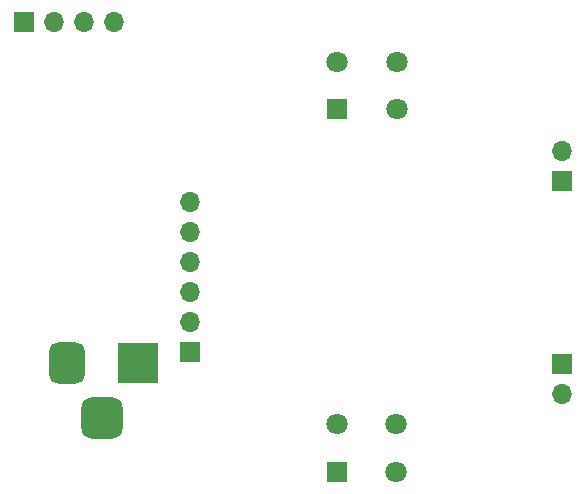
<source format=gbr>
%TF.GenerationSoftware,KiCad,Pcbnew,7.0.8*%
%TF.CreationDate,2023-11-10T01:16:26-06:00*%
%TF.ProjectId,LightingBoard,4c696768-7469-46e6-9742-6f6172642e6b,rev?*%
%TF.SameCoordinates,Original*%
%TF.FileFunction,Soldermask,Bot*%
%TF.FilePolarity,Negative*%
%FSLAX46Y46*%
G04 Gerber Fmt 4.6, Leading zero omitted, Abs format (unit mm)*
G04 Created by KiCad (PCBNEW 7.0.8) date 2023-11-10 01:16:26*
%MOMM*%
%LPD*%
G01*
G04 APERTURE LIST*
G04 Aperture macros list*
%AMRoundRect*
0 Rectangle with rounded corners*
0 $1 Rounding radius*
0 $2 $3 $4 $5 $6 $7 $8 $9 X,Y pos of 4 corners*
0 Add a 4 corners polygon primitive as box body*
4,1,4,$2,$3,$4,$5,$6,$7,$8,$9,$2,$3,0*
0 Add four circle primitives for the rounded corners*
1,1,$1+$1,$2,$3*
1,1,$1+$1,$4,$5*
1,1,$1+$1,$6,$7*
1,1,$1+$1,$8,$9*
0 Add four rect primitives between the rounded corners*
20,1,$1+$1,$2,$3,$4,$5,0*
20,1,$1+$1,$4,$5,$6,$7,0*
20,1,$1+$1,$6,$7,$8,$9,0*
20,1,$1+$1,$8,$9,$2,$3,0*%
G04 Aperture macros list end*
%ADD10R,3.500000X3.500000*%
%ADD11RoundRect,0.750000X-0.750000X-1.000000X0.750000X-1.000000X0.750000X1.000000X-0.750000X1.000000X0*%
%ADD12RoundRect,0.875000X-0.875000X-0.875000X0.875000X-0.875000X0.875000X0.875000X-0.875000X0.875000X0*%
%ADD13R,1.700000X1.700000*%
%ADD14O,1.700000X1.700000*%
%ADD15C,1.800000*%
%ADD16R,1.800000X1.800000*%
G04 APERTURE END LIST*
D10*
%TO.C,J1*%
X121539000Y-82931000D03*
D11*
X115539000Y-82931000D03*
D12*
X118539000Y-87631000D03*
%TD*%
D13*
%TO.C,J4*%
X125984000Y-82042000D03*
D14*
X125984000Y-79502000D03*
X125984000Y-76962000D03*
X125984000Y-74422000D03*
X125984000Y-71882000D03*
X125984000Y-69342000D03*
%TD*%
D13*
%TO.C,J3*%
X157480000Y-83058000D03*
D14*
X157480000Y-85598000D03*
%TD*%
D13*
%TO.C,J5*%
X111897000Y-54077000D03*
D14*
X114437000Y-54077000D03*
X116977000Y-54077000D03*
X119517000Y-54077000D03*
%TD*%
D13*
%TO.C,J2*%
X157455000Y-67544000D03*
D14*
X157455000Y-65004000D03*
%TD*%
D15*
%TO.C,L1*%
X138436300Y-57432100D03*
D16*
X138436300Y-61432100D03*
D15*
X143436300Y-57432100D03*
X143436300Y-61432100D03*
%TD*%
%TO.C,L3*%
X138430000Y-88138000D03*
D16*
X138430000Y-92138000D03*
D15*
X143430000Y-88138000D03*
X143430000Y-92138000D03*
%TD*%
M02*

</source>
